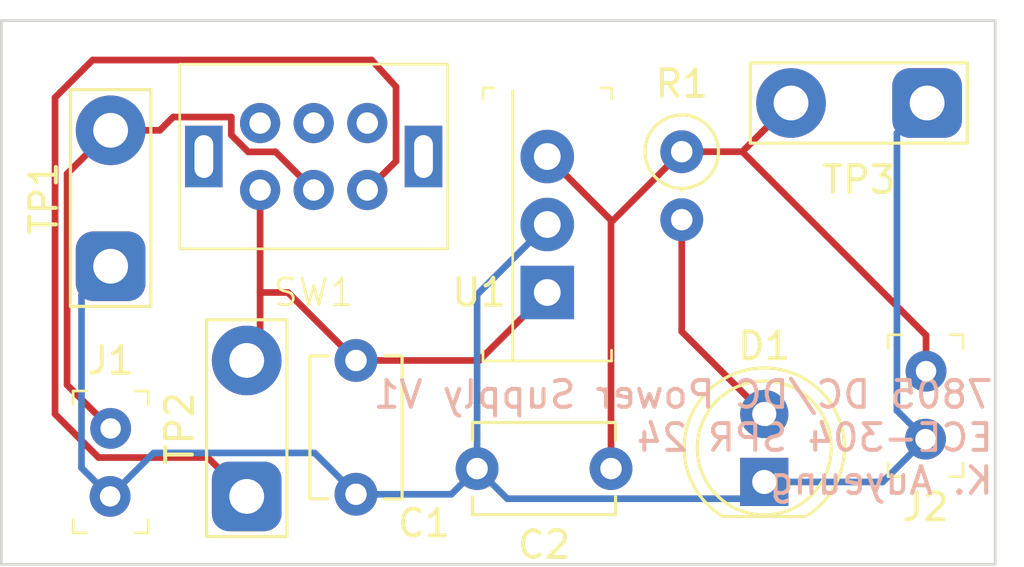
<source format=kicad_pcb>
(kicad_pcb (version 20221018) (generator pcbnew)
  (layers (0 "F.Cu" signal) (31 "B.Cu" signal) (34 "B.Paste" user) (35 "F.Paste" user) (36 "B.SilkS" user "B.Silkscreen") (37 "F.SilkS" user "F.Silkscreen") (38 "B.Mask" user) (39 "F.Mask" user) (44 "Edge.Cuts" user))
  (net 0 "")
  (net 1 "Net-(U1-IN)")
  (net 2 "GND")
  (net 3 "+5C")
  (net 4 "Net-(D1-A)")
  (net 5 "Net-(J1-Pad1)")
  (net 6 "Net-(SW1-Pad3)")
  (footprint "SLW-826947-5A-RA-D:SLW-826947-5A-RA-D" (layer "F.Cu") (at 121.88 55.88)
    (fp_text reference "SW1" (at 0 5.08 unlocked) (layer "F.SilkS") (effects (font (thickness 0.1))))
    (fp_text value "PWR_SW")
    (fp_rect (start -5 -3.45) (end 5 3.45) (stroke (width 0.1)) (fill none) (layer "F.SilkS"))
    (pad "1" thru_hole circle (at -2 1.25) (size 1.5 1.5) (drill 0.8) (layers "*.Cu" "*.Mask") (net 1 "Net-(U1-IN)"))
    (pad "2" thru_hole circle (at 0 1.25) (size 1.5 1.5) (drill 0.8) (layers "*.Cu" "*.Mask") (net 5 "Net-(J1-Pad1)"))
    (pad "3" thru_hole circle (at 2 1.25) (size 1.5 1.5) (drill 0.8) (layers "*.Cu" "*.Mask") (net 6 "Net-(SW1-Pad3)"))
    (pad "4" thru_hole circle (at -2 -1.25) (size 1.5 1.5) (drill 0.8) (layers "*.Cu" "*.Mask"))
    (pad "5" thru_hole circle (at 0 -1.25) (size 1.5 1.5) (drill 0.8) (layers "*.Cu" "*.Mask"))
    (pad "6" thru_hole circle (at 2 -1.25) (size 1.5 1.5) (drill 0.8) (layers "*.Cu" "*.Mask"))
    (pad "7" thru_hole rect (at -4.1 0) (size 1.4 2.3) (drill oval 0.7 1.6) (layers "*.Cu" "*.Mask"))
    (pad "8" thru_hole rect (at 4.1 0) (size 1.4 2.3) (drill oval 0.7 1.6) (layers "*.Cu" "*.Mask"))
  )
  (footprint "Capacitor_THT:C_Disc_D5.1mm_W3.2mm_P5.00mm" (layer "F.Cu") (at 132.98 67.54 180)
    (fp_text reference "C2" (at 2.5 -2.85) (layer "F.SilkS"))
    (fp_text value "0.1uF")
    (fp_line (start -0.17 -1.721) (end -0.17 -1.055) (stroke (width 0.12)) (layer "F.SilkS"))
    (fp_line (start -0.17 -1.721) (end 5.17 -1.721) (stroke (width 0.12)) (layer "F.SilkS"))
    (fp_line (start -0.17 1.055) (end -0.17 1.721) (stroke (width 0.12)) (layer "F.SilkS"))
    (fp_line (start -0.17 1.721) (end 5.17 1.721) (stroke (width 0.12)) (layer "F.SilkS"))
    (fp_line (start 5.17 -1.721) (end 5.17 -1.055) (stroke (width 0.12)) (layer "F.SilkS"))
    (fp_line (start 5.17 1.055) (end 5.17 1.721) (stroke (width 0.12)) (layer "F.SilkS"))
    (pad "1" thru_hole circle (at 0 0 180) (size 1.6 1.6) (drill 0.8) (layers "*.Cu" "*.Mask") (net 3 "+5C"))
    (pad "2" thru_hole circle (at 5 0 180) (size 1.6 1.6) (drill 0.8) (layers "*.Cu" "*.Mask") (net 2 "GND"))
  )
  (footprint "Capacitor_THT:C_Disc_D5.1mm_W3.2mm_P5.00mm" (layer "F.Cu") (at 123.46 63.5 -90)
    (fp_text reference "C1" (at 6.08 -2.54 180) (layer "F.SilkS"))
    (fp_text value "0.22u")
    (fp_line (start -0.17 -1.721) (end -0.17 -1.055) (stroke (width 0.12)) (layer "F.SilkS"))
    (fp_line (start -0.17 -1.721) (end 5.17 -1.721) (stroke (width 0.12)) (layer "F.SilkS"))
    (fp_line (start -0.17 1.055) (end -0.17 1.721) (stroke (width 0.12)) (layer "F.SilkS"))
    (fp_line (start -0.17 1.721) (end 5.17 1.721) (stroke (width 0.12)) (layer "F.SilkS"))
    (fp_line (start 5.17 -1.721) (end 5.17 -1.055) (stroke (width 0.12)) (layer "F.SilkS"))
    (fp_line (start 5.17 1.055) (end 5.17 1.721) (stroke (width 0.12)) (layer "F.SilkS"))
    (pad "1" thru_hole circle (at 0 0 270) (size 1.6 1.6) (drill 0.8) (layers "*.Cu" "*.Mask") (net 1 "Net-(U1-IN)"))
    (pad "2" thru_hole circle (at 5 0 270) (size 1.6 1.6) (drill 0.8) (layers "*.Cu" "*.Mask") (net 2 "GND"))
  )
  (footprint "digikey-footprints:TO-220-3" (layer "F.Cu") (at 130.6 60.96 90)
    (fp_text reference "U1" (at 0 -2.54 180) (layer "F.SilkS"))
    (fp_text value "L7805CV")
    (fp_line (start -2.56 -2.4) (end -2.56 -2) (stroke (width 0.1)) (layer "F.SilkS"))
    (fp_line (start -2.56 -2.4) (end -2.16 -2.4) (stroke (width 0.1)) (layer "F.SilkS"))
    (fp_line (start -2.56 -1.29) (end 7.54 -1.29) (stroke (width 0.1)) (layer "F.SilkS"))
    (fp_line (start -2.56 2.4) (end -2.56 -2) (stroke (width 0.1)) (layer "F.SilkS"))
    (fp_line (start -2.56 2.4) (end -2.16 2.4) (stroke (width 0.1)) (layer "F.SilkS"))
    (fp_line (start 7.24 -2.4) (end 7.64 -2.4) (stroke (width 0.1)) (layer "F.SilkS"))
    (fp_line (start 7.64 -2.4) (end 7.64 -2) (stroke (width 0.1)) (layer "F.SilkS"))
    (fp_line (start 7.64 2.4) (end 7.24 2.4) (stroke (width 0.1)) (layer "F.SilkS"))
    (fp_line (start 7.64 2.4) (end 7.64 2) (stroke (width 0.1)) (layer "F.SilkS"))
    (pad "1" thru_hole rect (at 0 0 90) (size 2 2) (drill 1) (layers "*.Cu" "*.Mask") (net 1 "Net-(U1-IN)"))
    (pad "2" thru_hole circle (at 2.54 0 90) (size 2 2) (drill 1) (layers "*.Cu" "*.Mask") (net 2 "GND"))
    (pad "3" thru_hole circle (at 5.08 0 90) (size 2 2) (drill 1) (layers "*.Cu" "*.Mask") (net 3 "+5C"))
  )
  (footprint "digikey-footprints:PinHeader_1x2_P2.54mm" (layer "F.Cu") (at 144.72 66.44 90)
    (fp_text reference "J2" (at -2.54 0) (layer "F.SilkS"))
    (fp_text value "5V")
    (fp_line (start -1.4 -1.4) (end -1.4 -0.9) (stroke (width 0.1)) (layer "F.SilkS"))
    (fp_line (start -1.4 -1.4) (end -0.9 -1.4) (stroke (width 0.1)) (layer "F.SilkS"))
    (fp_line (start -1.4 1.4) (end -1.4 0.9) (stroke (width 0.1)) (layer "F.SilkS"))
    (fp_line (start -1.4 1.4) (end -0.9 1.4) (stroke (width 0.1)) (layer "F.SilkS"))
    (fp_line (start 3.9 -1.4) (end 3.4 -1.4) (stroke (width 0.1)) (layer "F.SilkS"))
    (fp_line (start 3.9 -1.4) (end 3.9 -0.9) (stroke (width 0.1)) (layer "F.SilkS"))
    (fp_line (start 3.9 1.4) (end 3.4 1.4) (stroke (width 0.1)) (layer "F.SilkS"))
    (fp_line (start 3.9 1.4) (end 3.9 0.9) (stroke (width 0.1)) (layer "F.SilkS"))
    (pad "1" thru_hole circle (at 0 0 90) (size 1.524 1.524) (drill 0.762) (layers "*.Cu" "*.Mask") (net 2 "GND"))
    (pad "2" thru_hole circle (at 2.54 0.02 90) (size 1.524 1.524) (drill 0.762) (layers "*.Cu" "*.Mask") (net 3 "+5C"))
  )
  (footprint "LED_THT:LED_D5.0mm" (layer "F.Cu") (at 138.7 68.04 90)
    (fp_text reference "D1" (at 5.08 0 180) (layer "F.SilkS"))
    (fp_text value "Red")
    (fp_line (start -1.29 -1.545) (end -1.29 1.545) (stroke (width 0.12)) (layer "F.SilkS"))
    (fp_arc (start -1.29 -1.54483) (mid 2.072002 -2.880433) (end 4.26 0.000462) (stroke (width 0.12)) (layer "F.SilkS"))
    (fp_arc (start 4.26 -0.000462) (mid 2.072002 2.880433) (end -1.29 1.54483) (stroke (width 0.12)) (layer "F.SilkS"))
    (fp_circle (center 1.27 0) (end 3.77 0) (stroke (width 0.12)) (fill none) (layer "F.SilkS"))
    (pad "1" thru_hole rect (at 0 0 90) (size 1.8 1.8) (drill 0.9) (layers "*.Cu" "*.Mask") (net 2 "GND"))
    (pad "2" thru_hole circle (at 2.54 0 90) (size 1.8 1.8) (drill 0.9) (layers "*.Cu" "*.Mask") (net 4 "Net-(D1-A)"))
  )
  (footprint "Resistor_THT:R_Axial_DIN0207_L6.3mm_D2.5mm_P2.54mm_Vertical" (layer "F.Cu") (at 135.62 55.7 -90)
    (fp_text reference "R1" (at -2.54 0) (layer "F.SilkS"))
    (fp_text value "1.0k")
    (fp_line (start 1.37 0) (end 1.44 0) (stroke (width 0.12)) (layer "F.SilkS"))
    (fp_circle (center 0 0) (end 1.37 0) (stroke (width 0.12)) (fill none) (layer "F.SilkS"))
    (pad "1" thru_hole circle (at 0 0 270) (size 1.6 1.6) (drill 0.8) (layers "*.Cu" "*.Mask") (net 3 "+5C"))
    (pad "2" thru_hole oval (at 2.54 0 270) (size 1.6 1.6) (drill 0.8) (layers "*.Cu" "*.Mask") (net 4 "Net-(D1-A)"))
  )
  (footprint "TestPoint:TestPoint_2Pads_Pitch5.08mm_Drill1.3mm" (layer "F.Cu") (at 144.78 53.88 180)
    (fp_text reference "TP3" (at 2.54 -2.87) (layer "F.SilkS"))
    (fp_text value "5V ")
    (fp_line (start -1.5 -1.5) (end -1.5 1.5) (stroke (width 0.12)) (layer "F.SilkS"))
    (fp_line (start -1.5 -1.5) (end 6.6 -1.5) (stroke (width 0.12)) (layer "F.SilkS"))
    (fp_line (start 6.6 1.5) (end -1.5 1.5) (stroke (width 0.12)) (layer "F.SilkS"))
    (fp_line (start 6.6 1.5) (end 6.6 -1.5) (stroke (width 0.12)) (layer "F.SilkS"))
    (pad "1" thru_hole roundrect (at 0 0 180) (size 2.6 2.6) (drill 1.3) (layers "*.Cu" "*.Mask") (net 2 "GND"))
    (pad "2" thru_hole circle (at 5.08 0 180) (size 2.6 2.6) (drill 1.3) (layers "*.Cu" "*.Mask") (net 3 "+5C"))
  )
  (footprint "digikey-footprints:PinHeader_1x2_P2.54mm" (layer "F.Cu") (at 114.3 66.04 -90)
    (fp_text reference "J1" (at -2.54 0 -180) (layer "F.SilkS"))
    (fp_text value "Vin")
    (fp_line (start -1.4 -1.4) (end -1.4 -0.9) (stroke (width 0.1)) (layer "F.SilkS"))
    (fp_line (start -1.4 -1.4) (end -0.9 -1.4) (stroke (width 0.1)) (layer "F.SilkS"))
    (fp_line (start -1.4 1.4) (end -1.4 0.9) (stroke (width 0.1)) (layer "F.SilkS"))
    (fp_line (start -1.4 1.4) (end -0.9 1.4) (stroke (width 0.1)) (layer "F.SilkS"))
    (fp_line (start 3.9 -1.4) (end 3.4 -1.4) (stroke (width 0.1)) (layer "F.SilkS"))
    (fp_line (start 3.9 -1.4) (end 3.9 -0.9) (stroke (width 0.1)) (layer "F.SilkS"))
    (fp_line (start 3.9 1.4) (end 3.4 1.4) (stroke (width 0.1)) (layer "F.SilkS"))
    (fp_line (start 3.9 1.4) (end 3.9 0.9) (stroke (width 0.1)) (layer "F.SilkS"))
    (pad "1" thru_hole circle (at 0 0 270) (size 1.524 1.524) (drill 0.762) (layers "*.Cu" "*.Mask") (net 5 "Net-(J1-Pad1)"))
    (pad "2" thru_hole circle (at 2.54 0.02 270) (size 1.524 1.524) (drill 0.762) (layers "*.Cu" "*.Mask") (net 2 "GND"))
  )
  (footprint "TestPoint:TestPoint_2Pads_Pitch5.08mm_Drill1.3mm" (layer "F.Cu") (at 114.3 59.98 90)
    (fp_text reference "TP1" (at 2.54 -2.5 90) (layer "F.SilkS"))
    (fp_text value "Vin")
    (fp_line (start -1.5 -1.5) (end -1.5 1.5) (stroke (width 0.12)) (layer "F.SilkS"))
    (fp_line (start -1.5 -1.5) (end 6.6 -1.5) (stroke (width 0.12)) (layer "F.SilkS"))
    (fp_line (start 6.6 1.5) (end -1.5 1.5) (stroke (width 0.12)) (layer "F.SilkS"))
    (fp_line (start 6.6 1.5) (end 6.6 -1.5) (stroke (width 0.12)) (layer "F.SilkS"))
    (pad "1" thru_hole roundrect (at 0 0 90) (size 2.6 2.6) (drill 1.3) (layers "*.Cu" "*.Mask") (net 2 "GND"))
    (pad "2" thru_hole circle (at 5.08 0 90) (size 2.6 2.6) (drill 1.3) (layers "*.Cu" "*.Mask") (net 5 "Net-(J1-Pad1)"))
  )
  (footprint "TestPoint:TestPoint_2Pads_Pitch5.08mm_Drill1.3mm" (layer "F.Cu") (at 119.38 68.58 90)
    (fp_text reference "TP2" (at 2.54 -2.5 90) (layer "F.SilkS"))
    (fp_text value "I_in")
    (fp_line (start -1.5 -1.5) (end -1.5 1.5) (stroke (width 0.12)) (layer "F.SilkS"))
    (fp_line (start -1.5 -1.5) (end 6.6 -1.5) (stroke (width 0.12)) (layer "F.SilkS"))
    (fp_line (start 6.6 1.5) (end -1.5 1.5) (stroke (width 0.12)) (layer "F.SilkS"))
    (fp_line (start 6.6 1.5) (end 6.6 -1.5) (stroke (width 0.12)) (layer "F.SilkS"))
    (pad "1" thru_hole roundrect (at 0 0 90) (size 2.6 2.6) (drill 1.3) (layers "*.Cu" "*.Mask") (net 6 "Net-(SW1-Pad3)"))
    (pad "2" thru_hole circle (at 5.08 0 90) (size 2.6 2.6) (drill 1.3) (layers "*.Cu" "*.Mask") (net 1 "Net-(U1-IN)"))
  )
  (gr_rect (start 110.22 50.8) (end 147.32 71.12) (stroke (width 0.1)) (fill none) (layer "Edge.Cuts"))
  (gr_text "7805 DC/DC Power Supply V1\nECE-304 SPR 24\nK. Auyeung" (at 147.32 68.58) (layer "B.SilkS") (effects (font (size 1 1)) (justify left bottom mirror)))
  (segment (start 119.88 57.13) (end 119.88 60.96) (width 0.25) (layer "F.Cu") (net 1))
  (segment (start 123.46 63.5) (end 128.06 63.5) (width 0.25) (layer "F.Cu") (net 1))
  (segment (start 123.46 63.5) (end 120.92 60.96) (width 0.25) (layer "F.Cu") (net 1))
  (segment (start 119.88 60.96) (end 119.88 63) (width 0.25) (layer "F.Cu") (net 1))
  (segment (start 128.06 63.5) (end 130.6 60.96) (width 0.25) (layer "F.Cu") (net 1))
  (segment (start 119.88 63) (end 119.38 63.5) (width 0.25) (layer "F.Cu") (net 1))
  (segment (start 120.92 60.96) (end 119.88 60.96) (width 0.25) (layer "F.Cu") (net 1))
  (segment (start 143.12 68.04) (end 144.72 66.44) (width 0.25) (layer "B.Cu") (net 2))
  (segment (start 138.7 68.04) (end 143.12 68.04) (width 0.25) (layer "B.Cu") (net 2))
  (segment (start 114.28 68.58) (end 115.905 66.955) (width 0.25) (layer "B.Cu") (net 2))
  (segment (start 115.905 66.955) (end 121.915 66.955) (width 0.25) (layer "B.Cu") (net 2))
  (segment (start 113.213 61.067) (end 114.3 59.98) (width 0.25) (layer "B.Cu") (net 2))
  (segment (start 123.46 68.5) (end 127.02 68.5) (width 0.25) (layer "B.Cu") (net 2))
  (segment (start 127.98 67.54) (end 129.105 68.665) (width 0.25) (layer "B.Cu") (net 2))
  (segment (start 129.105 68.665) (end 138.075 68.665) (width 0.25) (layer "B.Cu") (net 2))
  (segment (start 143.653 65.373) (end 143.653 55.007) (width 0.25) (layer "B.Cu") (net 2))
  (segment (start 114.28 68.58) (end 113.213 67.513) (width 0.25) (layer "B.Cu") (net 2))
  (segment (start 127.98 61.04) (end 130.6 58.42) (width 0.25) (layer "B.Cu") (net 2))
  (segment (start 127.02 68.5) (end 127.98 67.54) (width 0.25) (layer "B.Cu") (net 2))
  (segment (start 113.213 67.513) (end 113.213 61.067) (width 0.25) (layer "B.Cu") (net 2))
  (segment (start 138.075 68.665) (end 138.7 68.04) (width 0.25) (layer "B.Cu") (net 2))
  (segment (start 121.915 66.955) (end 123.46 68.5) (width 0.25) (layer "B.Cu") (net 2))
  (segment (start 143.653 55.007) (end 144.78 53.88) (width 0.25) (layer "B.Cu") (net 2))
  (segment (start 127.98 67.54) (end 127.98 61.04) (width 0.25) (layer "B.Cu") (net 2))
  (segment (start 144.72 66.44) (end 143.653 65.373) (width 0.25) (layer "B.Cu") (net 2))
  (segment (start 130.6 55.88) (end 132.98 58.26) (width 0.25) (layer "F.Cu") (net 3))
  (segment (start 132.98 58.26) (end 132.98 67.54) (width 0.25) (layer "F.Cu") (net 3))
  (segment (start 135.62 55.7) (end 137.88 55.7) (width 0.25) (layer "F.Cu") (net 3))
  (segment (start 133.06 58.26) (end 135.62 55.7) (width 0.25) (layer "F.Cu") (net 3))
  (segment (start 137.88 55.7) (end 139.7 53.88) (width 0.25) (layer "F.Cu") (net 3))
  (segment (start 132.98 58.26) (end 133.06 58.26) (width 0.25) (layer "F.Cu") (net 3))
  (segment (start 144.74 62.56) (end 144.74 63.9) (width 0.25) (layer "F.Cu") (net 3))
  (segment (start 137.88 55.7) (end 144.74 62.56) (width 0.25) (layer "F.Cu") (net 3))
  (segment (start 135.62 58.24) (end 135.62 62.42) (width 0.25) (layer "F.Cu") (net 4))
  (segment (start 135.62 62.42) (end 138.7 65.5) (width 0.25) (layer "F.Cu") (net 4))
  (segment (start 120.455 55.705) (end 121.88 57.13) (width 0.25) (layer "F.Cu") (net 5))
  (segment (start 116.633477 54.405) (end 118.805 54.405) (width 0.25) (layer "F.Cu") (net 5))
  (segment (start 114.3 54.9) (end 116.138477 54.9) (width 0.25) (layer "F.Cu") (net 5))
  (segment (start 114.3 66.04) (end 112.675 64.415) (width 0.25) (layer "F.Cu") (net 5))
  (segment (start 112.675 64.415) (end 112.675 56.525) (width 0.25) (layer "F.Cu") (net 5))
  (segment (start 119.43472 55.705) (end 120.455 55.705) (width 0.25) (layer "F.Cu") (net 5))
  (segment (start 118.805 55.07528) (end 119.43472 55.705) (width 0.25) (layer "F.Cu") (net 5))
  (segment (start 118.805 54.405) (end 118.805 55.07528) (width 0.25) (layer "F.Cu") (net 5))
  (segment (start 116.138477 54.9) (end 116.633477 54.405) (width 0.25) (layer "F.Cu") (net 5))
  (segment (start 112.675 56.525) (end 114.3 54.9) (width 0.25) (layer "F.Cu") (net 5))
  (segment (start 123.88 57.13) (end 124.955 56.055) (width 0.25) (layer "F.Cu") (net 6))
  (segment (start 112.225 65.502251) (end 113.849749 67.127) (width 0.25) (layer "F.Cu") (net 6))
  (segment (start 124.955 53.275) (end 124.04528 52.275) (width 0.25) (layer "F.Cu") (net 6))
  (segment (start 117.927 67.127) (end 119.38 68.58) (width 0.25) (layer "F.Cu") (net 6))
  (segment (start 113.626902 52.275) (end 112.225 53.676902) (width 0.25) (layer "F.Cu") (net 6))
  (segment (start 124.04528 52.275) (end 113.626902 52.275) (width 0.25) (layer "F.Cu") (net 6))
  (segment (start 124.955 56.055) (end 124.955 53.275) (width 0.25) (layer "F.Cu") (net 6))
  (segment (start 112.225 53.676902) (end 112.225 65.502251) (width 0.25) (layer "F.Cu") (net 6))
  (segment (start 113.849749 67.127) (end 117.927 67.127) (width 0.25) (layer "F.Cu") (net 6))
)
</source>
